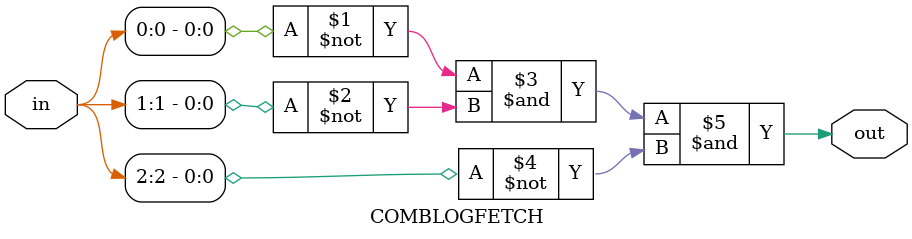
<source format=v>
module COMBLOGFETCH
(
input [2:0] in,
output out
);
assign out= ~in[0] & ~in[1] & ~in[2];
endmodule


</source>
